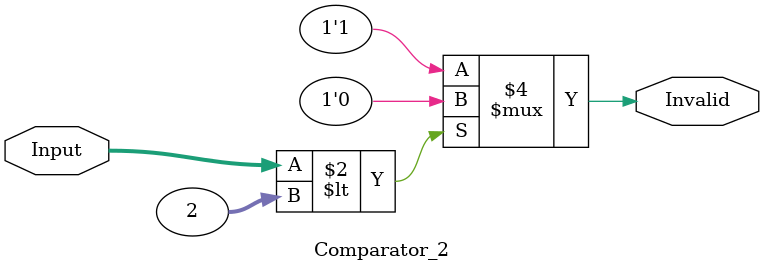
<source format=v>
module Comparator_2(Input, Invalid);
parameter NumOfBit= 8;
input [NumOfBit-1:0]Input;
output reg Invalid;

always @(Input)
begin
  if(Input < 2)
    Invalid <= 0;
  else
    Invalid <= 1;
end

endmodule



</source>
